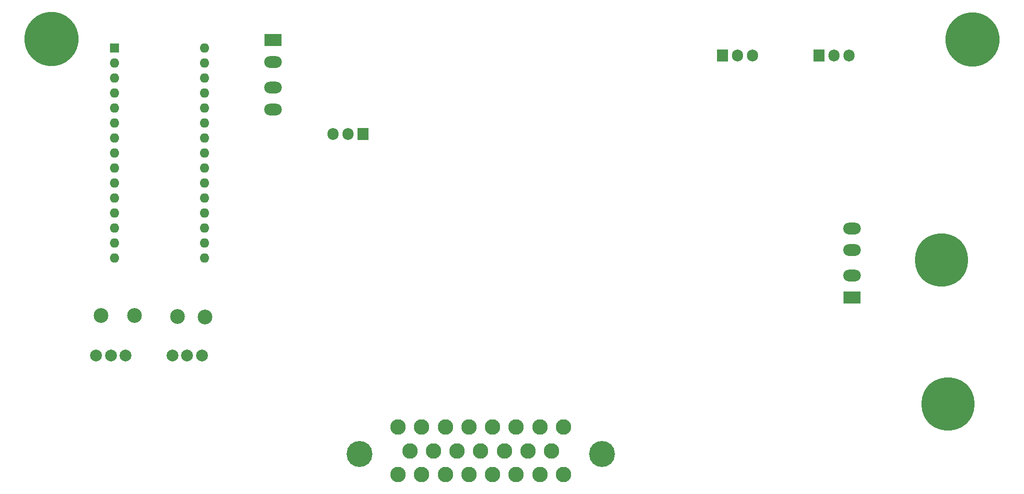
<source format=gbr>
%TF.GenerationSoftware,KiCad,Pcbnew,8.0.6*%
%TF.CreationDate,2024-11-11T19:58:29-07:00*%
%TF.ProjectId,NanoSprayLinear,4e616e6f-5370-4726-9179-4c696e656172,rev?*%
%TF.SameCoordinates,Original*%
%TF.FileFunction,Soldermask,Bot*%
%TF.FilePolarity,Negative*%
%FSLAX46Y46*%
G04 Gerber Fmt 4.6, Leading zero omitted, Abs format (unit mm)*
G04 Created by KiCad (PCBNEW 8.0.6) date 2024-11-11 19:58:29*
%MOMM*%
%LPD*%
G01*
G04 APERTURE LIST*
%ADD10R,1.905000X2.000000*%
%ADD11O,1.905000X2.000000*%
%ADD12C,9.200000*%
%ADD13C,2.000000*%
%ADD14C,2.625000*%
%ADD15C,4.395000*%
%ADD16R,1.600000X1.600000*%
%ADD17O,1.600000X1.600000*%
%ADD18C,2.500000*%
%ADD19C,9.000000*%
%ADD20R,3.000000X2.000000*%
%ADD21O,3.000000X2.000000*%
G04 APERTURE END LIST*
D10*
%TO.C,U2*%
X170760000Y-45145000D03*
D11*
X173300000Y-45145000D03*
X175840000Y-45145000D03*
%TD*%
D12*
%TO.C,H2*%
X40767000Y-42291000D03*
%TD*%
D13*
%TO.C,RV3*%
X48327000Y-95947000D03*
X50827000Y-95947000D03*
X53327000Y-95947000D03*
%TD*%
%TO.C,RV4*%
X66214000Y-95897000D03*
X63714000Y-95897000D03*
X61214000Y-95897000D03*
%TD*%
D14*
%TO.C,J2*%
X99443000Y-108058200D03*
X103443000Y-108058200D03*
X107443000Y-108058200D03*
X111443000Y-108058200D03*
X115443000Y-108058200D03*
X119443000Y-108058200D03*
X123443000Y-108058200D03*
X127443000Y-108058200D03*
X101443000Y-112058200D03*
X105443000Y-112058200D03*
X109443000Y-112058200D03*
X113443000Y-112058200D03*
X117443000Y-112058200D03*
X121443000Y-112058200D03*
X125443000Y-112058200D03*
X99443000Y-116058200D03*
X103443000Y-116058200D03*
X107443000Y-116058200D03*
X111443000Y-116058200D03*
X115443000Y-116058200D03*
X119443000Y-116058200D03*
X123443000Y-116058200D03*
X127443000Y-116058200D03*
D15*
X92943000Y-112558200D03*
X133943000Y-112558200D03*
%TD*%
D12*
%TO.C,H1*%
X196697600Y-42418000D03*
%TD*%
D16*
%TO.C,A1*%
X51425000Y-43827000D03*
D17*
X51425000Y-46367000D03*
X51425000Y-48907000D03*
X51425000Y-51447000D03*
X51425000Y-53987000D03*
X51425000Y-56527000D03*
X51425000Y-59067000D03*
X51425000Y-61607000D03*
X51425000Y-64147000D03*
X51425000Y-66687000D03*
X51425000Y-69227000D03*
X51425000Y-71767000D03*
X51425000Y-74307000D03*
X51425000Y-76847000D03*
X51425000Y-79387000D03*
X66665000Y-79387000D03*
X66665000Y-76847000D03*
X66665000Y-74307000D03*
X66665000Y-71767000D03*
X66665000Y-69227000D03*
X66665000Y-66687000D03*
X66665000Y-64147000D03*
X66665000Y-61607000D03*
X66665000Y-59067000D03*
X66665000Y-56527000D03*
X66665000Y-53987000D03*
X66665000Y-51447000D03*
X66665000Y-48907000D03*
X66665000Y-46367000D03*
X66665000Y-43827000D03*
%TD*%
D18*
%TO.C,TP6*%
X66782000Y-89420000D03*
%TD*%
D19*
%TO.C,J5*%
X191507000Y-79756000D03*
%TD*%
D18*
%TO.C,TP8*%
X54844000Y-89166000D03*
%TD*%
%TO.C,TP7*%
X49129000Y-89166000D03*
%TD*%
D10*
%TO.C,U5*%
X93472000Y-58420000D03*
D11*
X90932000Y-58420000D03*
X88392000Y-58420000D03*
%TD*%
D10*
%TO.C,U3*%
X154370000Y-45088800D03*
D11*
X156910000Y-45088800D03*
X159450000Y-45088800D03*
%TD*%
D20*
%TO.C,F2*%
X78232000Y-42528000D03*
D21*
X78232000Y-46228000D03*
X78232000Y-50528000D03*
X78232000Y-54228000D03*
%TD*%
D18*
%TO.C,TP5*%
X62083000Y-89293000D03*
%TD*%
D19*
%TO.C,J6*%
X192532000Y-104140000D03*
%TD*%
D20*
%TO.C,F1*%
X176276000Y-86069000D03*
D21*
X176276000Y-82369000D03*
X176276000Y-78069000D03*
X176276000Y-74369000D03*
%TD*%
M02*

</source>
